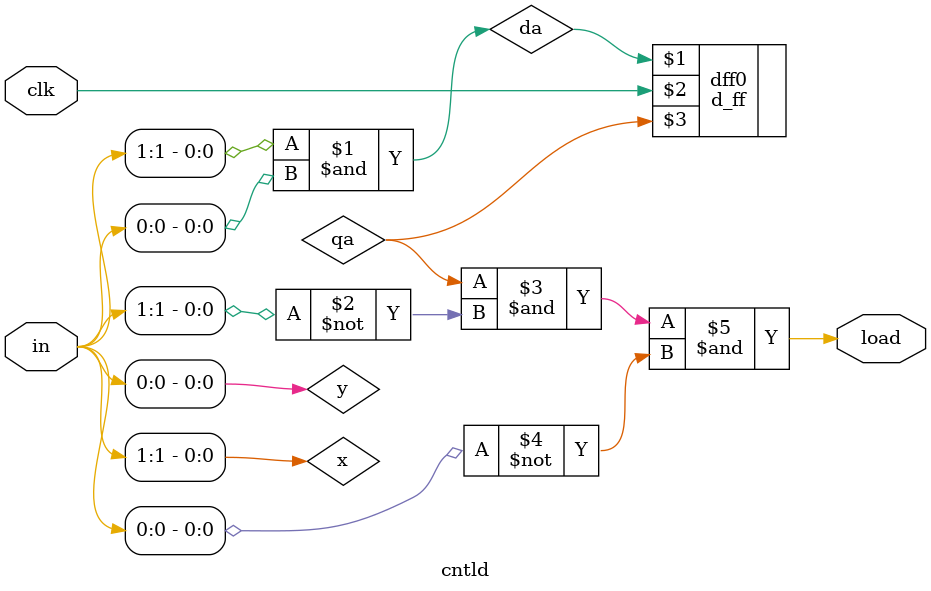
<source format=v>
module cntld(in, clk, load);
	input [1:0] in;
	input clk;
	output load;
	wire x, y, da, db, qa, qb;
	
	assign x = in[1];
	assign y = in[0];
	//assign da = qb & ~x & ~y;
	assign da = x & y;
	//assign db = (qb & ~x & ~y) | (~qb & x & y);
	
//	d_ff	dff0(da, clk, qa),
//			dff1(db, clk, qb);
	d_ff	dff0(da, clk, qa);
	
	//assign load = ~qa & qb & ~x & ~y;
	assign load = qa & ~x & ~y;
	
endmodule

</source>
